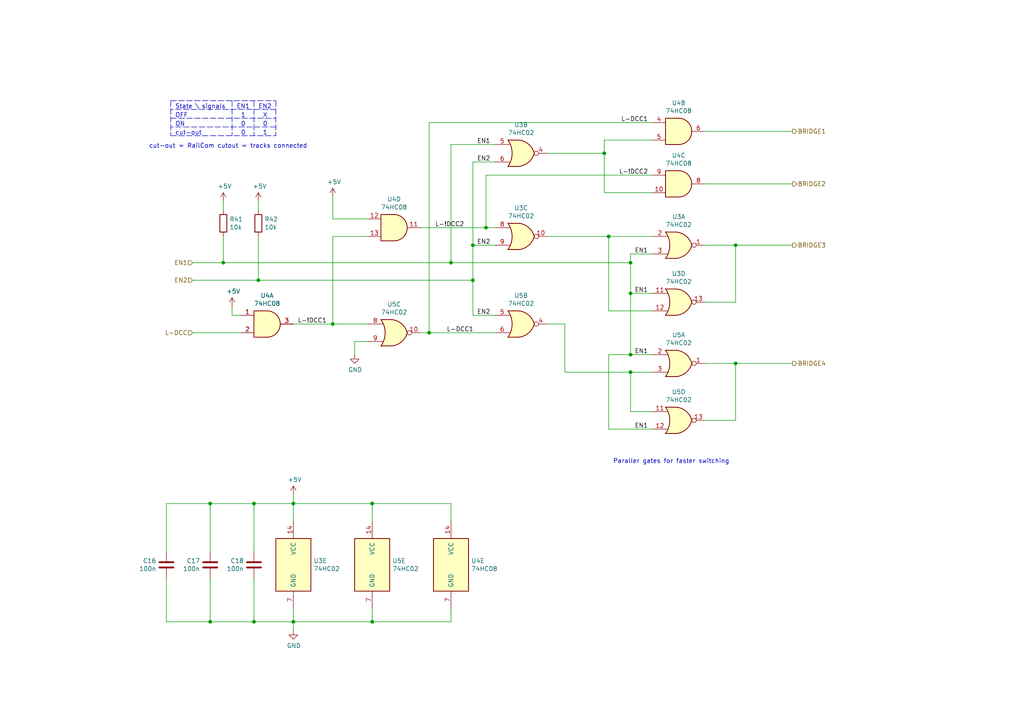
<source format=kicad_sch>
(kicad_sch (version 20211123) (generator eeschema)
  (paper "A4")
  (title_block (title "HB22 – logic") (comment 4 "Create control signal for H-bridge based on DCC and current state."))
  (lib_symbols
    (symbol "74xx:74HC02" (pin_names (offset 1.016))
      (property "Reference" "U" (at 0 1.27 0))
      (property "Value" "74HC02" (at 0 -1.27 0))
      (symbol "74HC02_1_1"
        (arc (start -3.81 -3.81) (mid -2.589 0) (end -3.81 3.81) (stroke (width 0.254)))
        (arc (start -0.6096 -3.81) (mid 2.1855 -2.584) (end 3.81 0) (stroke (width 0.254)) (fill (type background)))
        (polyline (pts (xy -3.81 -3.81) (xy -0.635 -3.81)) (stroke (width 0.254)) (fill (type background)))
        (polyline (pts (xy -3.81 3.81) (xy -0.635 3.81)) (stroke (width 0.254)) (fill (type background)))
        (polyline (pts (xy -0.635 3.81) (xy -3.81 3.81) (xy -3.81 3.81) (xy -3.556 3.4036) (xy -3.0226 2.2606) (xy -2.6924 1.0414) (xy -2.6162 -0.254) (xy -2.7686 -1.4986) (xy -3.175 -2.7178) (xy -3.81 -3.81) (xy -3.81 -3.81) (xy -0.635 -3.81)) (stroke (width -25.4)) (fill (type background)))
        (arc (start 3.81 0) (mid 2.1928 2.5925) (end -0.6096 3.81) (stroke (width 0.254)) (fill (type background)))
        (pin output inverted (at 7.62 0 180) (length 3.81) (name "~") (number "1"))
        (pin input line (at -7.62 2.54 0) (length 4.318) (name "~") (number "2"))
        (pin input line (at -7.62 -2.54 0) (length 4.318) (name "~") (number "3"))
      )
      (symbol "74HC02_1_2"
        (arc (start 0 -3.81) (mid 3.81 0) (end 0 3.81) (stroke (width 0.254)) (fill (type background)))
        (polyline (pts (xy 0 3.81) (xy -3.81 3.81) (xy -3.81 -3.81) (xy 0 -3.81)) (stroke (width 0.254)) (fill (type background)))
        (pin output line (at 7.62 0 180) (length 3.81) (name "~") (number "1"))
        (pin input inverted (at -7.62 2.54 0) (length 3.81) (name "~") (number "2"))
        (pin input inverted (at -7.62 -2.54 0) (length 3.81) (name "~") (number "3"))
      )
      (symbol "74HC02_2_1"
        (arc (start -3.81 -3.81) (mid -2.589 0) (end -3.81 3.81) (stroke (width 0.254)))
        (arc (start -0.6096 -3.81) (mid 2.1855 -2.584) (end 3.81 0) (stroke (width 0.254)) (fill (type background)))
        (polyline (pts (xy -3.81 -3.81) (xy -0.635 -3.81)) (stroke (width 0.254)) (fill (type background)))
        (polyline (pts (xy -3.81 3.81) (xy -0.635 3.81)) (stroke (width 0.254)) (fill (type background)))
        (polyline (pts (xy -0.635 3.81) (xy -3.81 3.81) (xy -3.81 3.81) (xy -3.556 3.4036) (xy -3.0226 2.2606) (xy -2.6924 1.0414) (xy -2.6162 -0.254) (xy -2.7686 -1.4986) (xy -3.175 -2.7178) (xy -3.81 -3.81) (xy -3.81 -3.81) (xy -0.635 -3.81)) (stroke (width -25.4)) (fill (type background)))
        (arc (start 3.81 0) (mid 2.1928 2.5925) (end -0.6096 3.81) (stroke (width 0.254)) (fill (type background)))
        (pin output inverted (at 7.62 0 180) (length 3.81) (name "~") (number "4"))
        (pin input line (at -7.62 2.54 0) (length 4.318) (name "~") (number "5"))
        (pin input line (at -7.62 -2.54 0) (length 4.318) (name "~") (number "6"))
      )
      (symbol "74HC02_2_2"
        (arc (start 0 -3.81) (mid 3.81 0) (end 0 3.81) (stroke (width 0.254)) (fill (type background)))
        (polyline (pts (xy 0 3.81) (xy -3.81 3.81) (xy -3.81 -3.81) (xy 0 -3.81)) (stroke (width 0.254)) (fill (type background)))
        (pin output line (at 7.62 0 180) (length 3.81) (name "~") (number "4"))
        (pin input inverted (at -7.62 2.54 0) (length 3.81) (name "~") (number "5"))
        (pin input inverted (at -7.62 -2.54 0) (length 3.81) (name "~") (number "6"))
      )
      (symbol "74HC02_3_1"
        (arc (start -3.81 -3.81) (mid -2.589 0) (end -3.81 3.81) (stroke (width 0.254)))
        (arc (start -0.6096 -3.81) (mid 2.1855 -2.584) (end 3.81 0) (stroke (width 0.254)) (fill (type background)))
        (polyline (pts (xy -3.81 -3.81) (xy -0.635 -3.81)) (stroke (width 0.254)) (fill (type background)))
        (polyline (pts (xy -3.81 3.81) (xy -0.635 3.81)) (stroke (width 0.254)) (fill (type background)))
        (polyline (pts (xy -0.635 3.81) (xy -3.81 3.81) (xy -3.81 3.81) (xy -3.556 3.4036) (xy -3.0226 2.2606) (xy -2.6924 1.0414) (xy -2.6162 -0.254) (xy -2.7686 -1.4986) (xy -3.175 -2.7178) (xy -3.81 -3.81) (xy -3.81 -3.81) (xy -0.635 -3.81)) (stroke (width -25.4)) (fill (type background)))
        (arc (start 3.81 0) (mid 2.1928 2.5925) (end -0.6096 3.81) (stroke (width 0.254)) (fill (type background)))
        (pin output inverted (at 7.62 0 180) (length 3.81) (name "~") (number "10"))
        (pin input line (at -7.62 2.54 0) (length 4.318) (name "~") (number "8"))
        (pin input line (at -7.62 -2.54 0) (length 4.318) (name "~") (number "9"))
      )
      (symbol "74HC02_3_2"
        (arc (start 0 -3.81) (mid 3.81 0) (end 0 3.81) (stroke (width 0.254)) (fill (type background)))
        (polyline (pts (xy 0 3.81) (xy -3.81 3.81) (xy -3.81 -3.81) (xy 0 -3.81)) (stroke (width 0.254)) (fill (type background)))
        (pin output line (at 7.62 0 180) (length 3.81) (name "~") (number "10"))
        (pin input inverted (at -7.62 2.54 0) (length 3.81) (name "~") (number "8"))
        (pin input inverted (at -7.62 -2.54 0) (length 3.81) (name "~") (number "9"))
      )
      (symbol "74HC02_4_1"
        (arc (start -3.81 -3.81) (mid -2.589 0) (end -3.81 3.81) (stroke (width 0.254)))
        (arc (start -0.6096 -3.81) (mid 2.1855 -2.584) (end 3.81 0) (stroke (width 0.254)) (fill (type background)))
        (polyline (pts (xy -3.81 -3.81) (xy -0.635 -3.81)) (stroke (width 0.254)) (fill (type background)))
        (polyline (pts (xy -3.81 3.81) (xy -0.635 3.81)) (stroke (width 0.254)) (fill (type background)))
        (polyline (pts (xy -0.635 3.81) (xy -3.81 3.81) (xy -3.81 3.81) (xy -3.556 3.4036) (xy -3.0226 2.2606) (xy -2.6924 1.0414) (xy -2.6162 -0.254) (xy -2.7686 -1.4986) (xy -3.175 -2.7178) (xy -3.81 -3.81) (xy -3.81 -3.81) (xy -0.635 -3.81)) (stroke (width -25.4)) (fill (type background)))
        (arc (start 3.81 0) (mid 2.1928 2.5925) (end -0.6096 3.81) (stroke (width 0.254)) (fill (type background)))
        (pin input line (at -7.62 2.54 0) (length 4.318) (name "~") (number "11"))
        (pin input line (at -7.62 -2.54 0) (length 4.318) (name "~") (number "12"))
        (pin output inverted (at 7.62 0 180) (length 3.81) (name "~") (number "13"))
      )
      (symbol "74HC02_4_2"
        (arc (start 0 -3.81) (mid 3.81 0) (end 0 3.81) (stroke (width 0.254)) (fill (type background)))
        (polyline (pts (xy 0 3.81) (xy -3.81 3.81) (xy -3.81 -3.81) (xy 0 -3.81)) (stroke (width 0.254)) (fill (type background)))
        (pin input inverted (at -7.62 2.54 0) (length 3.81) (name "~") (number "11"))
        (pin input inverted (at -7.62 -2.54 0) (length 3.81) (name "~") (number "12"))
        (pin output line (at 7.62 0 180) (length 3.81) (name "~") (number "13"))
      )
      (symbol "74HC02_5_0"
        (pin power_in line (at 0 12.7 270) (length 5.08) (name "VCC") (number "14"))
        (pin power_in line (at 0 -12.7 90) (length 5.08) (name "GND") (number "7"))
      )
      (symbol "74HC02_5_1"
        (rectangle (start -5.08 7.62) (end 5.08 -7.62) (stroke (width 0.254)) (fill (type background)))
      )
    )
    (symbol "74xx:74LS08" (pin_names (offset 1.016))
      (property "Reference" "U" (at 0 1.27 0))
      (property "Value" "74LS08" (at 0 -1.27 0))
      (symbol "74LS08_1_1"
        (arc (start 0 -3.81) (mid 3.81 0) (end 0 3.81) (stroke (width 0.254)) (fill (type background)))
        (polyline (pts (xy 0 3.81) (xy -3.81 3.81) (xy -3.81 -3.81) (xy 0 -3.81)) (stroke (width 0.254)) (fill (type background)))
        (pin input line (at -7.62 2.54 0) (length 3.81) (name "~") (number "1"))
        (pin input line (at -7.62 -2.54 0) (length 3.81) (name "~") (number "2"))
        (pin output line (at 7.62 0 180) (length 3.81) (name "~") (number "3"))
      )
      (symbol "74LS08_1_2"
        (arc (start -3.81 -3.81) (mid -2.589 0) (end -3.81 3.81) (stroke (width 0.254)))
        (arc (start -0.6096 -3.81) (mid 2.1855 -2.584) (end 3.81 0) (stroke (width 0.254)) (fill (type background)))
        (polyline (pts (xy -3.81 -3.81) (xy -0.635 -3.81)) (stroke (width 0.254)) (fill (type background)))
        (polyline (pts (xy -3.81 3.81) (xy -0.635 3.81)) (stroke (width 0.254)) (fill (type background)))
        (polyline (pts (xy -0.635 3.81) (xy -3.81 3.81) (xy -3.81 3.81) (xy -3.556 3.4036) (xy -3.0226 2.2606) (xy -2.6924 1.0414) (xy -2.6162 -0.254) (xy -2.7686 -1.4986) (xy -3.175 -2.7178) (xy -3.81 -3.81) (xy -3.81 -3.81) (xy -0.635 -3.81)) (stroke (width -25.4)) (fill (type background)))
        (arc (start 3.81 0) (mid 2.1928 2.5925) (end -0.6096 3.81) (stroke (width 0.254)) (fill (type background)))
        (pin input inverted (at -7.62 2.54 0) (length 4.318) (name "~") (number "1"))
        (pin input inverted (at -7.62 -2.54 0) (length 4.318) (name "~") (number "2"))
        (pin output inverted (at 7.62 0 180) (length 3.81) (name "~") (number "3"))
      )
      (symbol "74LS08_2_1"
        (arc (start 0 -3.81) (mid 3.81 0) (end 0 3.81) (stroke (width 0.254)) (fill (type background)))
        (polyline (pts (xy 0 3.81) (xy -3.81 3.81) (xy -3.81 -3.81) (xy 0 -3.81)) (stroke (width 0.254)) (fill (type background)))
        (pin input line (at -7.62 2.54 0) (length 3.81) (name "~") (number "4"))
        (pin input line (at -7.62 -2.54 0) (length 3.81) (name "~") (number "5"))
        (pin output line (at 7.62 0 180) (length 3.81) (name "~") (number "6"))
      )
      (symbol "74LS08_2_2"
        (arc (start -3.81 -3.81) (mid -2.589 0) (end -3.81 3.81) (stroke (width 0.254)))
        (arc (start -0.6096 -3.81) (mid 2.1855 -2.584) (end 3.81 0) (stroke (width 0.254)) (fill (type background)))
        (polyline (pts (xy -3.81 -3.81) (xy -0.635 -3.81)) (stroke (width 0.254)) (fill (type background)))
        (polyline (pts (xy -3.81 3.81) (xy -0.635 3.81)) (stroke (width 0.254)) (fill (type background)))
        (polyline (pts (xy -0.635 3.81) (xy -3.81 3.81) (xy -3.81 3.81) (xy -3.556 3.4036) (xy -3.0226 2.2606) (xy -2.6924 1.0414) (xy -2.6162 -0.254) (xy -2.7686 -1.4986) (xy -3.175 -2.7178) (xy -3.81 -3.81) (xy -3.81 -3.81) (xy -0.635 -3.81)) (stroke (width -25.4)) (fill (type background)))
        (arc (start 3.81 0) (mid 2.1928 2.5925) (end -0.6096 3.81) (stroke (width 0.254)) (fill (type background)))
        (pin input inverted (at -7.62 2.54 0) (length 4.318) (name "~") (number "4"))
        (pin input inverted (at -7.62 -2.54 0) (length 4.318) (name "~") (number "5"))
        (pin output inverted (at 7.62 0 180) (length 3.81) (name "~") (number "6"))
      )
      (symbol "74LS08_3_1"
        (arc (start 0 -3.81) (mid 3.81 0) (end 0 3.81) (stroke (width 0.254)) (fill (type background)))
        (polyline (pts (xy 0 3.81) (xy -3.81 3.81) (xy -3.81 -3.81) (xy 0 -3.81)) (stroke (width 0.254)) (fill (type background)))
        (pin input line (at -7.62 -2.54 0) (length 3.81) (name "~") (number "10"))
        (pin output line (at 7.62 0 180) (length 3.81) (name "~") (number "8"))
        (pin input line (at -7.62 2.54 0) (length 3.81) (name "~") (number "9"))
      )
      (symbol "74LS08_3_2"
        (arc (start -3.81 -3.81) (mid -2.589 0) (end -3.81 3.81) (stroke (width 0.254)))
        (arc (start -0.6096 -3.81) (mid 2.1855 -2.584) (end 3.81 0) (stroke (width 0.254)) (fill (type background)))
        (polyline (pts (xy -3.81 -3.81) (xy -0.635 -3.81)) (stroke (width 0.254)) (fill (type background)))
        (polyline (pts (xy -3.81 3.81) (xy -0.635 3.81)) (stroke (width 0.254)) (fill (type background)))
        (polyline (pts (xy -0.635 3.81) (xy -3.81 3.81) (xy -3.81 3.81) (xy -3.556 3.4036) (xy -3.0226 2.2606) (xy -2.6924 1.0414) (xy -2.6162 -0.254) (xy -2.7686 -1.4986) (xy -3.175 -2.7178) (xy -3.81 -3.81) (xy -3.81 -3.81) (xy -0.635 -3.81)) (stroke (width -25.4)) (fill (type background)))
        (arc (start 3.81 0) (mid 2.1928 2.5925) (end -0.6096 3.81) (stroke (width 0.254)) (fill (type background)))
        (pin input inverted (at -7.62 -2.54 0) (length 4.318) (name "~") (number "10"))
        (pin output inverted (at 7.62 0 180) (length 3.81) (name "~") (number "8"))
        (pin input inverted (at -7.62 2.54 0) (length 4.318) (name "~") (number "9"))
      )
      (symbol "74LS08_4_1"
        (arc (start 0 -3.81) (mid 3.81 0) (end 0 3.81) (stroke (width 0.254)) (fill (type background)))
        (polyline (pts (xy 0 3.81) (xy -3.81 3.81) (xy -3.81 -3.81) (xy 0 -3.81)) (stroke (width 0.254)) (fill (type background)))
        (pin output line (at 7.62 0 180) (length 3.81) (name "~") (number "11"))
        (pin input line (at -7.62 2.54 0) (length 3.81) (name "~") (number "12"))
        (pin input line (at -7.62 -2.54 0) (length 3.81) (name "~") (number "13"))
      )
      (symbol "74LS08_4_2"
        (arc (start -3.81 -3.81) (mid -2.589 0) (end -3.81 3.81) (stroke (width 0.254)))
        (arc (start -0.6096 -3.81) (mid 2.1855 -2.584) (end 3.81 0) (stroke (width 0.254)) (fill (type background)))
        (polyline (pts (xy -3.81 -3.81) (xy -0.635 -3.81)) (stroke (width 0.254)) (fill (type background)))
        (polyline (pts (xy -3.81 3.81) (xy -0.635 3.81)) (stroke (width 0.254)) (fill (type background)))
        (polyline (pts (xy -0.635 3.81) (xy -3.81 3.81) (xy -3.81 3.81) (xy -3.556 3.4036) (xy -3.0226 2.2606) (xy -2.6924 1.0414) (xy -2.6162 -0.254) (xy -2.7686 -1.4986) (xy -3.175 -2.7178) (xy -3.81 -3.81) (xy -3.81 -3.81) (xy -0.635 -3.81)) (stroke (width -25.4)) (fill (type background)))
        (arc (start 3.81 0) (mid 2.1928 2.5925) (end -0.6096 3.81) (stroke (width 0.254)) (fill (type background)))
        (pin output inverted (at 7.62 0 180) (length 3.81) (name "~") (number "11"))
        (pin input inverted (at -7.62 2.54 0) (length 4.318) (name "~") (number "12"))
        (pin input inverted (at -7.62 -2.54 0) (length 4.318) (name "~") (number "13"))
      )
      (symbol "74LS08_5_0"
        (pin power_in line (at 0 12.7 270) (length 5.08) (name "VCC") (number "14"))
        (pin power_in line (at 0 -12.7 90) (length 5.08) (name "GND") (number "7"))
      )
      (symbol "74LS08_5_1"
        (rectangle (start -5.08 7.62) (end 5.08 -7.62) (stroke (width 0.254)) (fill (type background)))
      )
    )
    (symbol "Device:C" (pin_numbers hide) (pin_names (offset 0.254))
      (property "Reference" "C" (at 0.635 2.54 0))
      (property "Value" "C" (at 0.635 -2.54 0))
      (symbol "C_0_1"
        (polyline (pts (xy -2.032 -0.762) (xy 2.032 -0.762)) (stroke (width 0.508)))
        (polyline (pts (xy -2.032 0.762) (xy 2.032 0.762)) (stroke (width 0.508)))
      )
      (symbol "C_1_1"
        (pin passive line (at 0 3.81 270) (length 2.794) (name "~") (number "1"))
        (pin passive line (at 0 -3.81 90) (length 2.794) (name "~") (number "2"))
      )
    )
    (symbol "Device:R" (pin_numbers hide) (pin_names (offset 0))
      (property "Reference" "R" (at 2.032 0 90))
      (property "Value" "R" (at 0 0 90))
      (symbol "R_0_1"
        (rectangle (start -1.016 -2.54) (end 1.016 2.54) (stroke (width 0.254)))
      )
      (symbol "R_1_1"
        (pin passive line (at 0 3.81 270) (length 1.27) (name "~") (number "1"))
        (pin passive line (at 0 -3.81 90) (length 1.27) (name "~") (number "2"))
      )
    )
    (symbol "power:+5V" (power) (pin_names (offset 0))
      (property "Value" "+5V" (at 0 3.556 0))
      (symbol "+5V_0_1"
        (polyline (pts (xy -0.762 1.27) (xy 0 2.54)))
        (polyline (pts (xy 0 0) (xy 0 2.54)))
        (polyline (pts (xy 0 2.54) (xy 0.762 1.27)))
      )
      (symbol "+5V_1_1"
        (pin power_in line (at 0 0 90) (length 0) hide (name "+5V") (number "1"))
      )
    )
    (symbol "power:GND" (power) (pin_names (offset 0))
      (property "Value" "GND" (at 0 -3.81 0))
      (symbol "GND_0_1"
        (polyline (pts (xy 0 0) (xy 0 -1.27) (xy 1.27 -1.27) (xy 0 -2.54) (xy -1.27 -1.27) (xy 0 -1.27)))
      )
      (symbol "GND_1_1"
        (pin power_in line (at 0 0 270) (length 0) hide (name "GND") (number "1"))
      )
    )
  )
  (junction (at 96.52 93.98))
  (junction (at 60.96 146.05))
  (junction (at 60.96 180.34))
  (junction (at 130.81 76.2))
  (junction (at 182.88 76.2))
  (junction (at 64.77 76.2))
  (junction (at 73.66 180.34))
  (junction (at 213.36 105.41))
  (junction (at 175.26 44.45))
  (junction (at 124.46 96.52))
  (junction (at 213.36 71.12))
  (junction (at 140.97 66.04))
  (junction (at 182.88 85.09))
  (junction (at 176.53 68.58))
  (junction (at 73.66 146.05))
  (junction (at 182.88 107.95))
  (junction (at 137.16 81.28))
  (junction (at 74.93 81.28))
  (junction (at 85.09 146.05))
  (junction (at 137.16 71.12))
  (junction (at 182.88 102.87))
  (junction (at 107.95 146.05))
  (junction (at 107.95 180.34))
  (junction (at 85.09 180.34))
  (wire (pts (xy 204.47 38.1) (xy 229.87 38.1)))
  (wire (pts (xy 73.66 160.02) (xy 73.66 146.05)))
  (wire (pts (xy 204.47 53.34) (xy 229.87 53.34)))
  (wire (pts (xy 163.83 93.98) (xy 163.83 107.95)))
  (wire (pts (xy 74.93 68.58) (xy 74.93 81.28)))
  (wire (pts (xy 96.52 93.98) (xy 85.09 93.98)))
  (wire (pts (xy 213.36 71.12) (xy 213.36 87.63)))
  (wire (pts (xy 189.23 90.17) (xy 176.53 90.17)))
  (wire (pts (xy 175.26 55.88) (xy 189.23 55.88)))
  (wire (pts (xy 189.23 35.56) (xy 124.46 35.56)))
  (wire (pts (xy 64.77 68.58) (xy 64.77 76.2)))
  (wire (pts (xy 137.16 81.28) (xy 137.16 91.44)))
  (wire (pts (xy 130.81 146.05) (xy 130.81 151.13)))
  (wire (pts (xy 182.88 76.2) (xy 182.88 85.09)))
  (wire (pts (xy 137.16 81.28) (xy 74.93 81.28)))
  (wire (pts (xy 60.96 167.64) (xy 60.96 180.34)))
  (wire (pts (xy 182.88 73.66) (xy 182.88 76.2)))
  (wire (pts (xy 74.93 81.28) (xy 55.88 81.28)))
  (wire (pts (xy 67.31 88.9) (xy 67.31 91.44)))
  (wire (pts (xy 204.47 105.41) (xy 213.36 105.41)))
  (wire (pts (xy 73.66 146.05) (xy 60.96 146.05)))
  (wire (pts (xy 85.09 146.05) (xy 107.95 146.05)))
  (wire (pts (xy 229.87 71.12) (xy 213.36 71.12)))
  (wire (pts (xy 213.36 121.92) (xy 204.47 121.92)))
  (wire (pts (xy 60.96 180.34) (xy 48.26 180.34)))
  (wire (pts (xy 163.83 107.95) (xy 182.88 107.95)))
  (wire (pts (xy 85.09 182.88) (xy 85.09 180.34)))
  (polyline (pts (xy 49.53 29.21) (xy 49.53 39.37)))
  (wire (pts (xy 60.96 146.05) (xy 48.26 146.05)))
  (polyline (pts (xy 80.01 29.21) (xy 80.01 39.37)))
  (wire (pts (xy 96.52 93.98) (xy 96.52 68.58)))
  (wire (pts (xy 124.46 96.52) (xy 121.92 96.52)))
  (wire (pts (xy 102.87 99.06) (xy 106.68 99.06)))
  (polyline (pts (xy 49.53 34.29) (xy 80.01 34.29)))
  (wire (pts (xy 64.77 76.2) (xy 55.88 76.2)))
  (wire (pts (xy 175.26 40.64) (xy 189.23 40.64)))
  (wire (pts (xy 176.53 124.46) (xy 176.53 102.87)))
  (wire (pts (xy 48.26 180.34) (xy 48.26 167.64)))
  (wire (pts (xy 213.36 105.41) (xy 229.87 105.41)))
  (wire (pts (xy 85.09 180.34) (xy 107.95 180.34)))
  (wire (pts (xy 74.93 58.42) (xy 74.93 60.96)))
  (wire (pts (xy 102.87 102.87) (xy 102.87 99.06)))
  (wire (pts (xy 175.26 44.45) (xy 175.26 55.88)))
  (polyline (pts (xy 80.01 31.75) (xy 49.53 31.75)))
  (wire (pts (xy 96.52 57.15) (xy 96.52 63.5)))
  (polyline (pts (xy 67.31 29.21) (xy 67.31 39.37)))
  (wire (pts (xy 182.88 85.09) (xy 189.23 85.09)))
  (wire (pts (xy 143.51 71.12) (xy 137.16 71.12)))
  (wire (pts (xy 96.52 63.5) (xy 106.68 63.5)))
  (wire (pts (xy 48.26 146.05) (xy 48.26 160.02)))
  (wire (pts (xy 189.23 73.66) (xy 182.88 73.66)))
  (polyline (pts (xy 49.53 39.37) (xy 80.01 39.37)))
  (wire (pts (xy 137.16 91.44) (xy 143.51 91.44)))
  (wire (pts (xy 176.53 90.17) (xy 176.53 68.58)))
  (wire (pts (xy 143.51 66.04) (xy 140.97 66.04)))
  (wire (pts (xy 85.09 180.34) (xy 73.66 180.34)))
  (wire (pts (xy 107.95 180.34) (xy 130.81 180.34)))
  (wire (pts (xy 107.95 146.05) (xy 130.81 146.05)))
  (wire (pts (xy 182.88 119.38) (xy 189.23 119.38)))
  (wire (pts (xy 85.09 143.51) (xy 85.09 146.05)))
  (wire (pts (xy 140.97 50.8) (xy 140.97 66.04)))
  (wire (pts (xy 213.36 105.41) (xy 213.36 121.92)))
  (polyline (pts (xy 73.66 29.21) (xy 73.66 39.37)))
  (wire (pts (xy 189.23 50.8) (xy 140.97 50.8)))
  (wire (pts (xy 85.09 146.05) (xy 85.09 151.13)))
  (wire (pts (xy 107.95 180.34) (xy 107.95 176.53)))
  (wire (pts (xy 73.66 180.34) (xy 60.96 180.34)))
  (polyline (pts (xy 80.01 36.83) (xy 49.53 36.83)))
  (wire (pts (xy 143.51 96.52) (xy 124.46 96.52)))
  (wire (pts (xy 189.23 107.95) (xy 182.88 107.95)))
  (wire (pts (xy 130.81 180.34) (xy 130.81 176.53)))
  (wire (pts (xy 176.53 102.87) (xy 182.88 102.87)))
  (wire (pts (xy 124.46 35.56) (xy 124.46 96.52)))
  (wire (pts (xy 182.88 102.87) (xy 189.23 102.87)))
  (wire (pts (xy 143.51 41.91) (xy 130.81 41.91)))
  (wire (pts (xy 140.97 66.04) (xy 121.92 66.04)))
  (wire (pts (xy 158.75 44.45) (xy 175.26 44.45)))
  (wire (pts (xy 182.88 107.95) (xy 182.88 119.38)))
  (wire (pts (xy 85.09 180.34) (xy 85.09 176.53)))
  (wire (pts (xy 130.81 76.2) (xy 182.88 76.2)))
  (wire (pts (xy 182.88 85.09) (xy 182.88 102.87)))
  (wire (pts (xy 130.81 76.2) (xy 64.77 76.2)))
  (wire (pts (xy 137.16 46.99) (xy 137.16 71.12)))
  (wire (pts (xy 107.95 146.05) (xy 107.95 151.13)))
  (wire (pts (xy 69.85 96.52) (xy 55.88 96.52)))
  (wire (pts (xy 143.51 46.99) (xy 137.16 46.99)))
  (wire (pts (xy 67.31 91.44) (xy 69.85 91.44)))
  (wire (pts (xy 60.96 160.02) (xy 60.96 146.05)))
  (wire (pts (xy 189.23 124.46) (xy 176.53 124.46)))
  (wire (pts (xy 204.47 71.12) (xy 213.36 71.12)))
  (wire (pts (xy 73.66 167.64) (xy 73.66 180.34)))
  (polyline (pts (xy 49.53 29.21) (xy 80.01 29.21)))
  (wire (pts (xy 137.16 71.12) (xy 137.16 81.28)))
  (wire (pts (xy 158.75 93.98) (xy 163.83 93.98)))
  (wire (pts (xy 189.23 68.58) (xy 176.53 68.58)))
  (wire (pts (xy 85.09 146.05) (xy 73.66 146.05)))
  (wire (pts (xy 175.26 40.64) (xy 175.26 44.45)))
  (wire (pts (xy 213.36 87.63) (xy 204.47 87.63)))
  (wire (pts (xy 106.68 93.98) (xy 96.52 93.98)))
  (wire (pts (xy 176.53 68.58) (xy 158.75 68.58)))
  (wire (pts (xy 130.81 41.91) (xy 130.81 76.2)))
  (wire (pts (xy 64.77 58.42) (xy 64.77 60.96)))
  (wire (pts (xy 96.52 68.58) (xy 106.68 68.58)))
  (text "EN2" (at 74.93 31.75 0) (effects (font (size 1.27 1.27)) (justify left bottom)))
  (text "0" (at 69.85 39.37 0) (effects (font (size 1.27 1.27)) (justify left bottom)))
  (text "1" (at 76.2 39.37 0) (effects (font (size 1.27 1.27)) (justify left bottom)))
  (text "1" (at 69.85 34.29 0) (effects (font (size 1.27 1.27)) (justify left bottom)))
  (text "State \\ signals" (at 50.8 31.75 0) (effects (font (size 1.27 1.27)) (justify left bottom)))
  (text "OFF" (at 50.8 34.29 0) (effects (font (size 1.27 1.27)) (justify left bottom)))
  (text "Paraller gates for faster switching" (at 177.8 134.62 0) (effects (font (size 1.27 1.27)) (justify left bottom)))
  (text "cut-out = RailCom cutout = tracks connected" (at 43.18 43.18 0) (effects (font (size 1.27 1.27)) (justify left bottom)))
  (text "ON" (at 50.8 36.83 0) (effects (font (size 1.27 1.27)) (justify left bottom)))
  (text "0" (at 76.2 36.83 0) (effects (font (size 1.27 1.27)) (justify left bottom)))
  (text "X" (at 76.2 34.29 0) (effects (font (size 1.27 1.27)) (justify left bottom)))
  (text "cut-out" (at 50.8 39.37 0) (effects (font (size 1.27 1.27)) (justify left bottom)))
  (text "EN1" (at 68.58 31.75 0) (effects (font (size 1.27 1.27)) (justify left bottom)))
  (text "0" (at 69.85 36.83 0) (effects (font (size 1.27 1.27)) (justify left bottom)))
  (label "L-!DCC2" (at 134.62 66.04 180))
  (label "EN2" (at 142.24 71.12 180))
  (label "L-DCC1" (at 129.54 96.52 0))
  (label "EN1" (at 142.24 41.91 180))
  (label "L-DCC1" (at 187.96 35.56 180))
  (label "EN1" (at 187.96 124.46 180))
  (label "EN1" (at 187.96 102.87 180))
  (label "EN1" (at 187.96 73.66 180))
  (label "L-!DCC1" (at 86.36 93.98 0))
  (label "L-!DCC2" (at 187.96 50.8 180))
  (label "EN1" (at 187.96 85.09 180))
  (label "EN2" (at 142.24 46.99 180))
  (label "EN2" (at 142.24 91.44 180))
  (hierarchical_label "BRIDGE1" (shape output) (at 229.87 38.1 0))
  (hierarchical_label "BRIDGE2" (shape output) (at 229.87 53.34 0))
  (hierarchical_label "EN2" (shape input) (at 55.88 81.28 180))
  (hierarchical_label "EN1" (shape input) (at 55.88 76.2 180))
  (hierarchical_label "BRIDGE3" (shape output) (at 229.87 71.12 0))
  (hierarchical_label "L-DCC" (shape input) (at 55.88 96.52 180))
  (hierarchical_label "BRIDGE4" (shape output) (at 229.87 105.41 0))
  (symbol (lib_id "74xx:74HC02") (at 196.85 71.12 0) (unit 1)
    (property "Reference" "U3" (at 196.85 62.865 0))
    (property "Value" "74HC02" (at 196.85 65.1764 0))
    (property "Footprint" "Package_DIP:DIP-14_W8.89mm_SMDSocket_LongPads" (effects hide))
    (property "Datasheet" "http://www.ti.com/lit/gpn/sn74hc02" (effects hide))
  )
  (symbol (lib_id "74xx:74HC02") (at 151.13 44.45 0) (unit 2)
    (property "Reference" "U3" (at 151.13 36.195 0))
    (property "Value" "74HC02" (at 151.13 38.5064 0))
    (property "Footprint" "Package_DIP:DIP-14_W8.89mm_SMDSocket_LongPads" (effects hide))
    (property "Datasheet" "http://www.ti.com/lit/gpn/sn74hc02" (effects hide))
  )
  (symbol (lib_id "74xx:74HC02") (at 151.13 68.58 0) (unit 3)
    (property "Reference" "U3" (at 151.13 60.325 0))
    (property "Value" "74HC02" (at 151.13 62.6364 0))
    (property "Footprint" "Package_DIP:DIP-14_W8.89mm_SMDSocket_LongPads" (effects hide))
    (property "Datasheet" "http://www.ti.com/lit/gpn/sn74hc02" (effects hide))
  )
  (symbol (lib_id "74xx:74HC02") (at 196.85 87.63 0) (unit 4)
    (property "Reference" "U3" (at 196.85 79.375 0))
    (property "Value" "74HC02" (at 196.85 81.6864 0))
    (property "Footprint" "Package_DIP:DIP-14_W8.89mm_SMDSocket_LongPads" (effects hide))
    (property "Datasheet" "http://www.ti.com/lit/gpn/sn74hc02" (effects hide))
  )
  (symbol (lib_id "74xx:74HC02") (at 85.09 163.83 0) (unit 5)
    (property "Reference" "U3" (at 90.932 162.6616 0) (effects (justify left)))
    (property "Value" "74HC02" (at 90.932 164.973 0) (effects (justify left)))
    (property "Footprint" "Package_DIP:DIP-14_W8.89mm_SMDSocket_LongPads" (effects hide))
    (property "Datasheet" "http://www.ti.com/lit/gpn/sn74hc02" (effects hide))
  )
  (symbol (lib_id "74xx:74HC02") (at 196.85 105.41 0) (unit 1)
    (property "Reference" "U5" (at 196.85 97.155 0))
    (property "Value" "74HC02" (at 196.85 99.4664 0))
    (property "Footprint" "Package_DIP:DIP-14_W8.89mm_SMDSocket_LongPads" (effects hide))
    (property "Datasheet" "http://www.ti.com/lit/gpn/sn74hc02" (effects hide))
  )
  (symbol (lib_id "74xx:74HC02") (at 151.13 93.98 0) (unit 2)
    (property "Reference" "U5" (at 151.13 85.725 0))
    (property "Value" "74HC02" (at 151.13 88.0364 0))
    (property "Footprint" "Package_DIP:DIP-14_W8.89mm_SMDSocket_LongPads" (effects hide))
    (property "Datasheet" "http://www.ti.com/lit/gpn/sn74hc02" (effects hide))
  )
  (symbol (lib_id "74xx:74HC02") (at 114.3 96.52 0) (unit 3)
    (property "Reference" "U5" (at 114.3 88.265 0))
    (property "Value" "74HC02" (at 114.3 90.5764 0))
    (property "Footprint" "Package_DIP:DIP-14_W8.89mm_SMDSocket_LongPads" (effects hide))
    (property "Datasheet" "http://www.ti.com/lit/gpn/sn74hc02" (effects hide))
  )
  (symbol (lib_id "74xx:74HC02") (at 196.85 121.92 0) (unit 4)
    (property "Reference" "U5" (at 196.85 113.665 0))
    (property "Value" "74HC02" (at 196.85 115.9764 0))
    (property "Footprint" "Package_DIP:DIP-14_W8.89mm_SMDSocket_LongPads" (effects hide))
    (property "Datasheet" "http://www.ti.com/lit/gpn/sn74hc02" (effects hide))
  )
  (symbol (lib_id "74xx:74HC02") (at 107.95 163.83 0) (unit 5)
    (property "Reference" "U5" (at 113.792 162.6616 0) (effects (justify left)))
    (property "Value" "74HC02" (at 113.792 164.973 0) (effects (justify left)))
    (property "Footprint" "Package_DIP:DIP-14_W8.89mm_SMDSocket_LongPads" (effects hide))
    (property "Datasheet" "http://www.ti.com/lit/gpn/sn74hc02" (effects hide))
  )
  (symbol (lib_id "74xx:74LS08") (at 77.47 93.98 0) (unit 1)
    (property "Reference" "U4" (at 77.47 85.725 0))
    (property "Value" "74HC08" (at 77.47 88.0364 0))
    (property "Footprint" "Package_DIP:DIP-14_W8.89mm_SMDSocket_LongPads" (effects hide))
    (property "Datasheet" "http://www.ti.com/lit/gpn/sn74LS08" (effects hide))
  )
  (symbol (lib_id "74xx:74LS08") (at 196.85 38.1 0) (unit 2)
    (property "Reference" "U4" (at 196.85 29.845 0))
    (property "Value" "74HC08" (at 196.85 32.1564 0))
    (property "Footprint" "Package_DIP:DIP-14_W8.89mm_SMDSocket_LongPads" (effects hide))
    (property "Datasheet" "http://www.ti.com/lit/gpn/sn74LS08" (effects hide))
  )
  (symbol (lib_id "74xx:74LS08") (at 196.85 53.34 0) (unit 3)
    (property "Reference" "U4" (at 196.85 45.085 0))
    (property "Value" "74HC08" (at 196.85 47.3964 0))
    (property "Footprint" "Package_DIP:DIP-14_W8.89mm_SMDSocket_LongPads" (effects hide))
    (property "Datasheet" "http://www.ti.com/lit/gpn/sn74LS08" (effects hide))
  )
  (symbol (lib_id "74xx:74LS08") (at 114.3 66.04 0) (unit 4)
    (property "Reference" "U4" (at 114.3 57.785 0))
    (property "Value" "74HC08" (at 114.3 60.0964 0))
    (property "Footprint" "Package_DIP:DIP-14_W8.89mm_SMDSocket_LongPads" (effects hide))
    (property "Datasheet" "http://www.ti.com/lit/gpn/sn74LS08" (effects hide))
  )
  (symbol (lib_id "74xx:74LS08") (at 130.81 163.83 0) (unit 5)
    (property "Reference" "U4" (at 136.652 162.6616 0) (effects (justify left)))
    (property "Value" "74HC08" (at 136.652 164.973 0) (effects (justify left)))
    (property "Footprint" "Package_DIP:DIP-14_W8.89mm_SMDSocket_LongPads" (effects hide))
    (property "Datasheet" "http://www.ti.com/lit/gpn/sn74LS08" (effects hide))
  )
  (symbol (lib_id "power:+5V") (at 85.09 143.51 0) (unit 1)
    (property "Reference" "#PWR0142" (effects hide))
    (property "Value" "+5V" (at 85.471 139.1158 0))
  )
  (symbol (lib_id "power:GND") (at 85.09 182.88 0) (unit 1)
    (property "Reference" "#PWR0143" (effects hide))
    (property "Value" "GND" (at 85.217 187.2742 0))
  )
  (symbol (lib_id "Device:C") (at 73.66 163.83 0) (mirror x) (unit 1)
    (property "Reference" "C18" (at 70.739 162.6616 0) (effects (justify right)))
    (property "Value" "100n" (at 70.739 164.973 0) (effects (justify right)))
    (property "Footprint" "Capacitor_SMD:C_0805_2012Metric_Pad1.18x1.45mm_HandSolder" (effects hide))
  )
  (symbol (lib_id "Device:C") (at 60.96 163.83 0) (mirror x) (unit 1)
    (property "Reference" "C17" (at 58.039 162.6616 0) (effects (justify right)))
    (property "Value" "100n" (at 58.039 164.973 0) (effects (justify right)))
    (property "Footprint" "Capacitor_SMD:C_0805_2012Metric_Pad1.18x1.45mm_HandSolder" (effects hide))
  )
  (symbol (lib_id "Device:C") (at 48.26 163.83 0) (mirror x) (unit 1)
    (property "Reference" "C16" (at 45.339 162.6616 0) (effects (justify right)))
    (property "Value" "100n" (at 45.339 164.973 0) (effects (justify right)))
    (property "Footprint" "Capacitor_SMD:C_0805_2012Metric_Pad1.18x1.45mm_HandSolder" (effects hide))
  )
  (symbol (lib_id "power:+5V") (at 67.31 88.9 0) (unit 1)
    (property "Reference" "#PWR0144" (effects hide))
    (property "Value" "+5V" (at 67.691 84.5058 0))
  )
  (symbol (lib_id "power:GND") (at 102.87 102.87 0) (unit 1)
    (property "Reference" "#PWR0145" (effects hide))
    (property "Value" "GND" (at 102.997 107.2642 0))
  )
  (symbol (lib_id "power:+5V") (at 96.52 57.15 0) (unit 1)
    (property "Reference" "#PWR0146" (effects hide))
    (property "Value" "+5V" (at 96.901 52.7558 0))
  )
  (symbol (lib_id "Device:R") (at 64.77 64.77 0) (unit 1)
    (property "Reference" "R41" (at 66.548 63.6016 0) (effects (justify left)))
    (property "Value" "10k" (at 66.548 65.913 0) (effects (justify left)))
    (property "Footprint" "Resistor_SMD:R_0805_2012Metric_Pad1.20x1.40mm_HandSolder" (effects hide))
  )
  (symbol (lib_id "Device:R") (at 74.93 64.77 0) (unit 1)
    (property "Reference" "R42" (at 76.708 63.6016 0) (effects (justify left)))
    (property "Value" "10k" (at 76.708 65.913 0) (effects (justify left)))
    (property "Footprint" "Resistor_SMD:R_0805_2012Metric_Pad1.20x1.40mm_HandSolder" (effects hide))
  )
  (symbol (lib_id "power:+5V") (at 74.93 58.42 0) (unit 1)
    (property "Reference" "#PWR0147" (effects hide))
    (property "Value" "+5V" (at 75.311 54.0258 0))
  )
  (symbol (lib_id "power:+5V") (at 64.77 58.42 0) (unit 1)
    (property "Reference" "#PWR0148" (effects hide))
    (property "Value" "+5V" (at 65.151 54.0258 0))
  )
)
</source>
